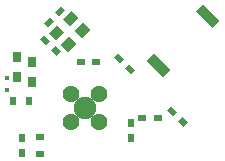
<source format=gtp>
G04 DipTrace 2.4.0.2*
%IN2dBBLE.gtp*%
%MOIN*%
%ADD27C,0.075*%
%ADD28C,0.0562*%
%ADD45O,0.0X0.0177*%
%ADD47O,0.0177X0.0*%
%ADD49R,0.0118X0.0157*%
%ADD51R,0.0217X0.0276*%
%ADD57R,0.0276X0.0217*%
%ADD59R,0.0197X0.0276*%
%ADD61R,0.0315X0.0354*%
%ADD63R,0.0276X0.0197*%
%FSLAX44Y44*%
G04*
G70*
G90*
G75*
G01*
%LNTopPaste*%
%LPD*%
G36*
X9160Y7606D2*
X9411Y7857D1*
X9967Y7300D1*
X9717Y7049D1*
X9160Y7606D1*
G37*
G36*
X10803Y9249D2*
X11053Y9499D1*
X11610Y8942D1*
X11359Y8692D1*
X10803Y9249D1*
G37*
G36*
X9156Y6284D2*
X9137D1*
Y6422D1*
X9156D1*
Y6284D1*
G37*
G36*
X8959D2*
X8940D1*
Y6422D1*
X8959D1*
Y6284D1*
G37*
G36*
X8762D2*
X8743D1*
Y6422D1*
X8762D1*
Y6284D1*
G37*
G36*
Y5950D2*
X8743D1*
Y6087D1*
X8762D1*
Y5950D1*
G37*
G36*
X8959D2*
X8940D1*
Y6087D1*
X8959D1*
Y5950D1*
G37*
G36*
X9156D2*
X9137D1*
Y6087D1*
X9156D1*
Y5950D1*
G37*
G36*
X6245Y9091D2*
X6106Y9230D1*
X6301Y9425D1*
X6440Y9285D1*
X6245Y9091D1*
G37*
G36*
X5884Y8729D2*
X5744Y8868D1*
X5939Y9063D1*
X6078Y8924D1*
X5884Y8729D1*
G37*
G36*
X6304Y7915D2*
X6165Y7775D1*
X5970Y7970D1*
X6109Y8109D1*
X6304Y7915D1*
G37*
G36*
X5942Y8276D2*
X5803Y8137D1*
X5608Y8332D1*
X5747Y8471D1*
X5942Y8276D1*
G37*
D63*
X9025Y5680D3*
X9537D3*
D61*
X5348Y6895D3*
Y7564D3*
D63*
X7484Y7550D3*
X6972D3*
G36*
X8452Y7368D2*
X8591Y7508D1*
X8786Y7313D1*
X8647Y7174D1*
X8452Y7368D1*
G37*
G36*
X8090Y7730D2*
X8229Y7869D1*
X8424Y7675D1*
X8285Y7535D1*
X8090Y7730D1*
G37*
D59*
X8645Y5535D3*
Y5023D3*
X5007Y5041D3*
Y4529D3*
D61*
X4862Y7073D3*
Y7742D3*
D57*
X5612Y5058D3*
Y4507D3*
D51*
X5250Y6273D3*
X4699D3*
D49*
X4520Y6642D3*
Y7036D3*
G36*
X10185Y5913D2*
X10046Y5774D1*
X9851Y5969D1*
X9990Y6108D1*
X10185Y5913D1*
G37*
G36*
X10547Y5551D2*
X10408Y5412D1*
X10213Y5607D1*
X10352Y5746D1*
X10547Y5551D1*
G37*
D27*
X7124Y6033D3*
D28*
X6655Y6502D3*
X7593D3*
Y5565D3*
X6655D3*
D47*
X5933Y6900D3*
Y6742D3*
Y6585D3*
Y6427D3*
Y6270D3*
Y6112D3*
Y5955D3*
Y5797D3*
Y5640D3*
Y5482D3*
Y5325D3*
Y5167D3*
D45*
X6258Y4842D3*
X6415D3*
X6573D3*
X6730D3*
X6888D3*
X7045D3*
X7203D3*
X7360D3*
X7518D3*
X7675D3*
X7833D3*
X7990D3*
D47*
X8315Y5167D3*
Y5325D3*
Y5482D3*
Y5640D3*
Y5797D3*
Y5955D3*
Y6112D3*
Y6270D3*
Y6427D3*
Y6585D3*
Y6742D3*
Y6900D3*
D45*
X7990Y7224D3*
X7833D3*
X7675D3*
X7518D3*
X7360D3*
X7203D3*
X7045D3*
X6888D3*
X6730D3*
X6573D3*
X6415D3*
X6258D3*
G36*
X6905Y9028D2*
X6627Y8749D1*
X6376Y9000D1*
X6655Y9278D1*
X6905Y9028D1*
G37*
G36*
X6432Y8555D2*
X6154Y8276D1*
X5903Y8527D1*
X6181Y8805D1*
X6432Y8555D1*
G37*
G36*
X6822Y8165D2*
X6543Y7886D1*
X6293Y8137D1*
X6571Y8415D1*
X6822Y8165D1*
G37*
G36*
X7295Y8638D2*
X7017Y8360D1*
X6766Y8610D1*
X7044Y8889D1*
X7295Y8638D1*
G37*
M02*

</source>
